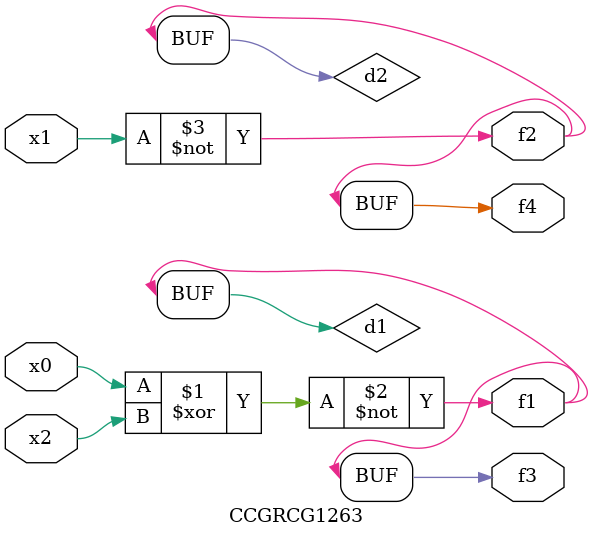
<source format=v>
module CCGRCG1263(
	input x0, x1, x2,
	output f1, f2, f3, f4
);

	wire d1, d2, d3;

	xnor (d1, x0, x2);
	nand (d2, x1);
	nor (d3, x1, x2);
	assign f1 = d1;
	assign f2 = d2;
	assign f3 = d1;
	assign f4 = d2;
endmodule

</source>
